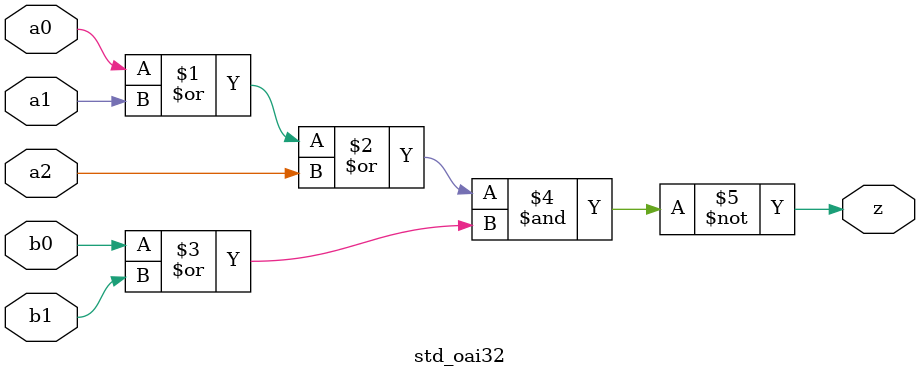
<source format=sv>

module std_oai32 #(parameter DW = 1 ) // array width
(
	input [DW-1:0]  a0,
	input [DW-1:0]  a1,
	input [DW-1:0]  a2,
	input [DW-1:0]  b0,
	input [DW-1:0]  b1, 
	output [DW-1:0] z
);

assign z = ~((a0 | a1 | a2) & (b0 | b1));

endmodule

</source>
